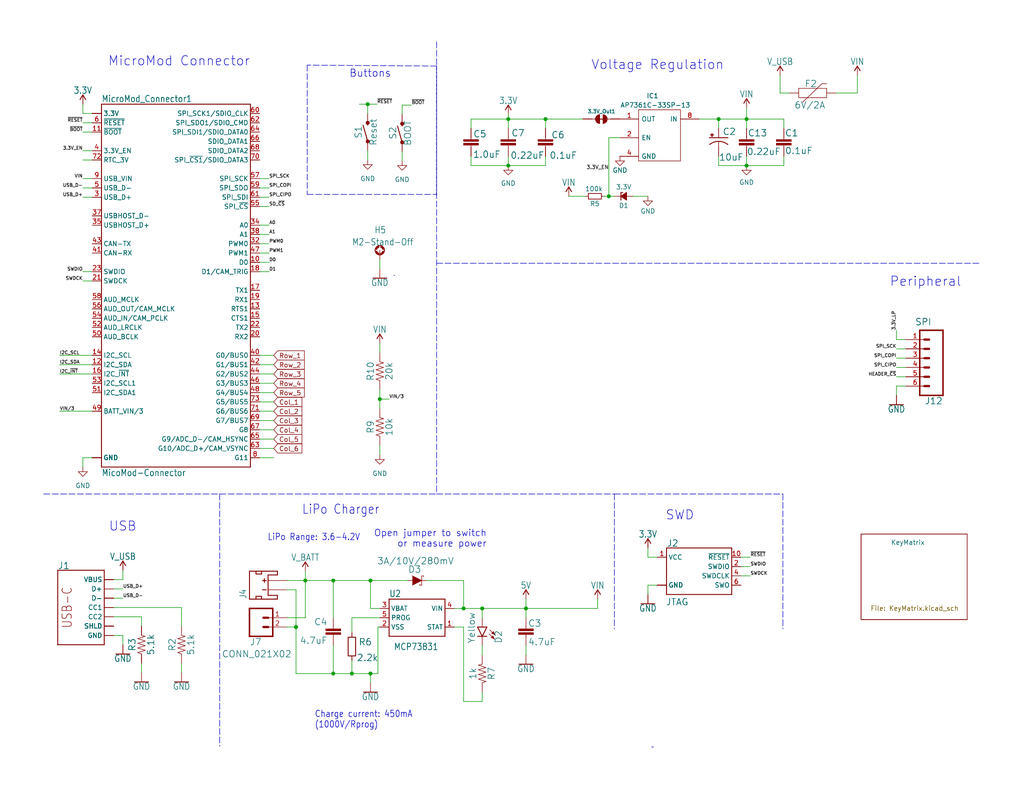
<source format=kicad_sch>
(kicad_sch (version 20211123) (generator eeschema)
  (paper "USLetter")
  (title_block (title "Raven Keyboard") (rev "1") (company "Thomas Atkins"))
  (lib_symbols
    (symbol "Device:D_Zener_Small_Filled" (pin_numbers hide) (pin_names (offset 0.254) hide)
      (property "Reference" "D" (at 0 2.286 0))
      (property "Value" "D_Zener_Small_Filled" (at 0 -2.286 0))
      (symbol "D_Zener_Small_Filled_1_1"
        (pin passive line (at -2.54 0 0) (length 1.778) (name "K") (number "1"))
        (pin passive line (at 2.54 0 180) (length 1.778) (name "A") (number "2"))
      )
    )
    (symbol "Device:R" (pin_numbers hide) (pin_names (offset 0))
      (property "Reference" "R" (at 2.032 0 90))
      (property "Value" "R" (at 0 0 90))
      (symbol "R_1_1"
        (pin passive line (at 0 3.81 270) (length 1.27) (name "~") (number "1"))
        (pin passive line (at 0 -3.81 90) (length 1.27) (name "~") (number "2"))
      )
    )
    (symbol "Device:R_Small" (pin_numbers hide) (pin_names (offset 0.254) hide)
      (property "Reference" "R" (at 0.762 0.508 0))
      (property "Value" "R_Small" (at 0.762 -1.016 0))
      (symbol "R_Small_1_1"
        (pin passive line (at 0 2.54 270) (length 0.762) (name "~") (number "1"))
        (pin passive line (at 0 -2.54 90) (length 0.762) (name "~") (number "2"))
      )
    )
    (symbol "MicroMod-Datalogging-CarrierBoard-eagle-import:0.1UF-0603-25V-(+80{slash}-20%)"
      (property "Reference" "C" (at 1.524 2.921 0))
      (property "Value" "0.1UF-0603-25V-(+80{slash}-20%)" (at 1.524 -2.159 0))
      (symbol "0.1UF-0603-25V-(+80{slash}-20%)_1_0"
        (pin passive line (at 0 5.08 270) (length 2.54) (name "1") (number "1"))
        (pin passive line (at 0 -2.54 90) (length 2.54) (name "2") (number "2"))
      )
    )
    (symbol "MicroMod-Datalogging-CarrierBoard-eagle-import:0.22UF-0603-25V-10%"
      (property "Reference" "C" (at 1.524 2.921 0))
      (property "Value" "0.22UF-0603-25V-10%" (at 1.524 -2.159 0))
      (symbol "0.22UF-0603-25V-10%_1_0"
        (pin passive line (at 0 5.08 270) (length 2.54) (name "1") (number "1"))
        (pin passive line (at 0 -2.54 90) (length 2.54) (name "2") (number "2"))
      )
    )
    (symbol "MicroMod-Datalogging-CarrierBoard-eagle-import:1.0UF-0603-16V-10%"
      (property "Reference" "C" (at 1.524 2.921 0))
      (property "Value" "1.0UF-0603-16V-10%" (at 1.524 -2.159 0))
      (symbol "1.0UF-0603-16V-10%_1_0"
        (pin passive line (at 0 5.08 270) (length 2.54) (name "1") (number "1"))
        (pin passive line (at 0 -2.54 90) (length 2.54) (name "2") (number "2"))
      )
    )
    (symbol "MicroMod-Datalogging-CarrierBoard-eagle-import:10KOHM-0603-1{slash}10W-1%"
      (property "Reference" "R" (at 0 1.524 0))
      (property "Value" "10KOHM-0603-1{slash}10W-1%" (at 0 -1.524 0))
      (symbol "10KOHM-0603-1{slash}10W-1%_1_0"
        (pin passive line (at -5.08 0 0) (length 2.54) (name "1") (number "1"))
        (pin passive line (at 5.08 0 180) (length 2.54) (name "2") (number "2"))
      )
    )
    (symbol "MicroMod-Datalogging-CarrierBoard-eagle-import:10UF-POLAR-EIA3216-16V-10%(TANT)"
      (property "Reference" "C" (at 1.016 0.635 0))
      (property "Value" "10UF-POLAR-EIA3216-16V-10%(TANT)" (at 1.016 -4.191 0))
      (symbol "10UF-POLAR-EIA3216-16V-10%(TANT)_1_0"
        (pin passive line (at 0 2.54 270) (length 2.54) (name "+") (number "+"))
        (pin passive line (at 0 -5.08 90) (length 2.54) (name "-") (number "-"))
      )
    )
    (symbol "MicroMod-Datalogging-CarrierBoard-eagle-import:1KOHM-0603-1{slash}10W-1%"
      (property "Reference" "R" (at 0 1.524 0))
      (property "Value" "1KOHM-0603-1{slash}10W-1%" (at 0 -1.524 0))
      (symbol "1KOHM-0603-1{slash}10W-1%_1_0"
        (pin passive line (at -5.08 0 0) (length 2.54) (name "1") (number "1"))
        (pin passive line (at 5.08 0 180) (length 2.54) (name "2") (number "2"))
      )
    )
    (symbol "MicroMod-Datalogging-CarrierBoard-eagle-import:20KOHM-0603-1{slash}10W-1%"
      (property "Reference" "R" (at 0 1.524 0))
      (property "Value" "20KOHM-0603-1{slash}10W-1%" (at 0 -1.524 0))
      (symbol "20KOHM-0603-1{slash}10W-1%_1_0"
        (pin passive line (at -5.08 0 0) (length 2.54) (name "1") (number "1"))
        (pin passive line (at 5.08 0 180) (length 2.54) (name "2") (number "2"))
      )
    )
    (symbol "MicroMod-Datalogging-CarrierBoard-eagle-import:3.3V" (power)
      (property "Value" "3.3V" (at 0 2.794 0))
      (symbol "3.3V_1_0"
        (pin power_in line (at 0 0 90) (length 2.54) (name "3.3V") (number "1"))
      )
    )
    (symbol "MicroMod-Datalogging-CarrierBoard-eagle-import:4.7UF-0603-35V-(20%)"
      (property "Reference" "C" (at 1.524 2.921 0))
      (property "Value" "4.7UF-0603-35V-(20%)" (at 1.524 -2.159 0))
      (symbol "4.7UF-0603-35V-(20%)_1_0"
        (pin passive line (at 0 5.08 270) (length 2.54) (name "1") (number "1"))
        (pin passive line (at 0 -2.54 90) (length 2.54) (name "2") (number "2"))
      )
    )
    (symbol "MicroMod-Datalogging-CarrierBoard-eagle-import:4.7UF-0603-6.3V-(10%)"
      (property "Reference" "C" (at 1.524 2.921 0))
      (property "Value" "4.7UF-0603-6.3V-(10%)" (at 1.524 -2.159 0))
      (symbol "4.7UF-0603-6.3V-(10%)_1_0"
        (pin passive line (at 0 5.08 270) (length 2.54) (name "1") (number "1"))
        (pin passive line (at 0 -2.54 90) (length 2.54) (name "2") (number "2"))
      )
    )
    (symbol "MicroMod-Datalogging-CarrierBoard-eagle-import:5.1KOHM5.1KOHM-0603-1{slash}10W-1%"
      (property "Reference" "R" (at 0 1.524 0))
      (property "Value" "5.1KOHM5.1KOHM-0603-1{slash}10W-1%" (at 0 -1.524 0))
      (symbol "5.1KOHM5.1KOHM-0603-1{slash}10W-1%_1_0"
        (pin passive line (at -5.08 0 0) (length 2.54) (name "1") (number "1"))
        (pin passive line (at 5.08 0 180) (length 2.54) (name "2") (number "2"))
      )
    )
    (symbol "MicroMod-Datalogging-CarrierBoard-eagle-import:5V" (power)
      (property "Value" "5V" (at 0 2.794 0))
      (symbol "5V_1_0"
        (pin power_in line (at 0 0 90) (length 2.54) (name "5V") (number "1"))
      )
    )
    (symbol "MicroMod-Datalogging-CarrierBoard-eagle-import:CONN_021X02_NO_SILK"
      (property "Reference" "J" (at -2.54 5.588 0))
      (property "Value" "CONN_021X02_NO_SILK" (at -2.54 -4.826 0))
      (symbol "CONN_021X02_NO_SILK_1_0"
        (pin passive line (at 7.62 0 180) (length 5.08) (name "1") (number "1"))
        (pin passive line (at 7.62 2.54 180) (length 5.08) (name "2") (number "2"))
      )
    )
    (symbol "MicroMod-Datalogging-CarrierBoard-eagle-import:CONN_06NO_SILK_NO_POP"
      (property "Reference" "J" (at -5.08 10.668 0))
      (property "Value" "CONN_06NO_SILK_NO_POP" (at -5.08 -9.906 0))
      (symbol "CONN_06NO_SILK_NO_POP_1_0"
        (pin passive line (at 5.08 -5.08 180) (length 5.08) (name "1") (number "1"))
        (pin passive line (at 5.08 -2.54 180) (length 5.08) (name "2") (number "2"))
        (pin passive line (at 5.08 0 180) (length 5.08) (name "3") (number "3"))
        (pin passive line (at 5.08 2.54 180) (length 5.08) (name "4") (number "4"))
        (pin passive line (at 5.08 5.08 180) (length 5.08) (name "5") (number "5"))
        (pin passive line (at 5.08 7.62 180) (length 5.08) (name "6") (number "6"))
      )
    )
    (symbol "MicroMod-Datalogging-CarrierBoard-eagle-import:CORTEX_JTAG_DEBUG_MINIMUM_PTH"
      (property "Reference" "J" (at -10.16 7.874 0))
      (property "Value" "CORTEX_JTAG_DEBUG_MINIMUM_PTH" (at -10.16 -7.366 0))
      (symbol "CORTEX_JTAG_DEBUG_MINIMUM_PTH_1_0"
        (pin bidirectional line (at -12.7 5.08 0) (length 2.54) (name "VCC") (number "1"))
        (pin bidirectional line (at 10.16 5.08 180) (length 2.54) (name "~{RESET}") (number "10"))
        (pin bidirectional line (at 10.16 2.54 180) (length 2.54) (name "SWDIO") (number "2"))
        (pin bidirectional line (at -12.7 -2.54 0) (length 2.54) (name "GND") (number "3"))
        (pin bidirectional line (at 10.16 0 180) (length 2.54) (name "SWDCLK") (number "4"))
        (pin bidirectional line (at -12.7 -2.54 0) (length 2.54) (name "GND") (number "5"))
        (pin bidirectional line (at 10.16 -2.54 180) (length 2.54) (name "SWO") (number "6"))
        (pin bidirectional line (at -12.7 -2.54 0) (length 2.54) (name "GND") (number "9"))
      )
    )
    (symbol "MicroMod-Datalogging-CarrierBoard-eagle-import:DIODE-SCHOTTKY-BAT60A"
      (property "Reference" "D" (at -2.54 2.032 0))
      (property "Value" "DIODE-SCHOTTKY-BAT60A" (at -2.54 -2.032 0))
      (symbol "DIODE-SCHOTTKY-BAT60A_1_0"
        (pin passive line (at -2.54 0 0) (length 0) (name "A") (number "A"))
        (pin passive line (at 2.54 0 180) (length 0) (name "C") (number "C"))
      )
    )
    (symbol "MicroMod-Datalogging-CarrierBoard-eagle-import:GND" (power)
      (property "Value" "GND" (at 0 -0.254 0))
      (symbol "GND_1_0"
        (pin power_in line (at 0 2.54 270) (length 2.54) (name "GND") (number "1"))
      )
    )
    (symbol "MicroMod-Datalogging-CarrierBoard-eagle-import:JST_2MM_MALE"
      (property "Reference" "J" (at -2.54 5.842 0))
      (symbol "JST_2MM_MALE_1_0"
        (pin bidirectional line (at 0 -5.08 90) (length 5.08) (name "-") (number "1"))
        (pin bidirectional line (at 2.54 -5.08 90) (length 5.08) (name "+") (number "2"))
        (pin bidirectional line (at -2.54 2.54 90) (length 0) (name "PAD1") (number "NC1"))
        (pin bidirectional line (at 5.08 2.54 90) (length 0) (name "PAD2") (number "NC2"))
      )
    )
    (symbol "MicroMod-Datalogging-CarrierBoard-eagle-import:JUMPER-COMBO_2_NC_TRACE"
      (property "Reference" "JP" (at -2.54 2.54 0))
      (property "Value" "JUMPER-COMBO_2_NC_TRACE" (at -2.54 -2.54 0))
      (symbol "JUMPER-COMBO_2_NC_TRACE_1_0"
        (pin passive line (at -5.08 0 0) (length 2.54) (name "1") (number "1"))
        (pin passive line (at 5.08 0 180) (length 2.54) (name "2") (number "2"))
        (pin passive line (at -5.08 0 0) (length 2.54) (name "1") (number "3"))
        (pin passive line (at 5.08 0 180) (length 2.54) (name "2") (number "4"))
      )
    )
    (symbol "MicroMod-Datalogging-CarrierBoard-eagle-import:LED-YELLOW0603"
      (property "Reference" "D" (at -3.429 -4.572 90))
      (property "Value" "LED-YELLOW0603" (at 1.905 -4.572 90))
      (symbol "LED-YELLOW0603_1_0"
        (pin passive line (at 0 2.54 270) (length 2.54) (name "A") (number "A"))
        (pin passive line (at 0 -5.08 90) (length 2.54) (name "C") (number "C"))
      )
    )
    (symbol "MicroMod-Datalogging-CarrierBoard-eagle-import:MCP73831"
      (property "Reference" "U" (at -7.62 5.588 0))
      (property "Value" "MCP73831" (at -7.62 -7.62 0))
      (symbol "MCP73831_1_0"
        (pin output line (at -10.16 -2.54 0) (length 2.54) (name "STAT") (number "1"))
        (pin power_in line (at 10.16 -2.54 180) (length 2.54) (name "VSS") (number "2"))
        (pin power_in line (at 10.16 2.54 180) (length 2.54) (name "VBAT") (number "3"))
        (pin power_in line (at -10.16 2.54 0) (length 2.54) (name "VIN") (number "4"))
        (pin input line (at 10.16 0 180) (length 2.54) (name "PROG") (number "5"))
      )
    )
    (symbol "MicroMod-Datalogging-CarrierBoard-eagle-import:MICROMOD-2222-C"
      (property "Reference" "J" (at -20.32 53.848 0))
      (property "Value" "MICROMOD-2222-C" (at -20.32 -48.26 0))
      (symbol "MICROMOD-2222-C_1_0"
        (pin bidirectional line (at -22.86 -43.18 0) (length 2.54) (name "GND") (number "1"))
        (pin bidirectional line (at 22.86 10.16 180) (length 2.54) (name "D0") (number "10"))
        (pin bidirectional line (at -22.86 45.72 0) (length 2.54) (name "~{BOOT}") (number "11"))
        (pin bidirectional line (at -22.86 -17.78 0) (length 2.54) (name "I2C_SDA") (number "12"))
        (pin bidirectional line (at 22.86 -2.54 180) (length 2.54) (name "RTS1") (number "13"))
        (pin bidirectional line (at -22.86 -15.24 0) (length 2.54) (name "I2C_SCL") (number "14"))
        (pin bidirectional line (at 22.86 -5.08 180) (length 2.54) (name "CTS1") (number "15"))
        (pin bidirectional line (at -22.86 -20.32 0) (length 2.54) (name "I2C_~{INT}") (number "16"))
        (pin bidirectional line (at 22.86 2.54 180) (length 2.54) (name "TX1") (number "17"))
        (pin bidirectional line (at 22.86 7.62 180) (length 2.54) (name "D1/CAM_TRIG") (number "18"))
        (pin bidirectional line (at 22.86 0 180) (length 2.54) (name "RX1") (number "19"))
        (pin bidirectional line (at -22.86 50.8 0) (length 2.54) (name "3.3V") (number "2"))
        (pin bidirectional line (at 22.86 -10.16 180) (length 2.54) (name "RX2") (number "20"))
        (pin bidirectional line (at -22.86 5.08 0) (length 2.54) (name "SWDCK") (number "21"))
        (pin bidirectional line (at 22.86 -7.62 180) (length 2.54) (name "TX2") (number "22"))
        (pin bidirectional line (at -22.86 7.62 0) (length 2.54) (name "SWDIO") (number "23"))
        (pin bidirectional line (at -22.86 27.94 0) (length 2.54) (name "USB_D+") (number "3"))
        (pin bidirectional line (at 22.86 15.24 180) (length 2.54) (name "PWM0") (number "32"))
        (pin bidirectional line (at -22.86 -43.18 0) (length 2.54) (name "GND") (number "33"))
        (pin bidirectional line (at 22.86 20.32 180) (length 2.54) (name "A0") (number "34"))
        (pin bidirectional line (at -22.86 20.32 0) (length 2.54) (name "USBHOST_D+") (number "35"))
        (pin bidirectional line (at -22.86 -43.18 0) (length 2.54) (name "GND") (number "36"))
        (pin bidirectional line (at -22.86 22.86 0) (length 2.54) (name "USBHOST_D-") (number "37"))
        (pin bidirectional line (at 22.86 17.78 180) (length 2.54) (name "A1") (number "38"))
        (pin bidirectional line (at -22.86 -43.18 0) (length 2.54) (name "GND") (number "39"))
        (pin bidirectional line (at -22.86 40.64 0) (length 2.54) (name "3.3V_EN") (number "4"))
        (pin bidirectional line (at 22.86 -15.24 180) (length 2.54) (name "G0/BUS0") (number "40"))
        (pin bidirectional line (at -22.86 12.7 0) (length 2.54) (name "CAN-RX") (number "41"))
        (pin bidirectional line (at 22.86 -17.78 180) (length 2.54) (name "G1/BUS1") (number "42"))
        (pin bidirectional line (at -22.86 15.24 0) (length 2.54) (name "CAN-TX") (number "43"))
        (pin bidirectional line (at 22.86 -20.32 180) (length 2.54) (name "G2/BUS2") (number "44"))
        (pin bidirectional line (at -22.86 -43.18 0) (length 2.54) (name "GND") (number "45"))
        (pin bidirectional line (at 22.86 -22.86 180) (length 2.54) (name "G3/BUS3") (number "46"))
        (pin bidirectional line (at 22.86 12.7 180) (length 2.54) (name "PWM1") (number "47"))
        (pin bidirectional line (at 22.86 -25.4 180) (length 2.54) (name "G4/BUS4") (number "48"))
        (pin bidirectional line (at -22.86 -30.48 0) (length 2.54) (name "BATT_VIN/3") (number "49"))
        (pin bidirectional line (at -22.86 30.48 0) (length 2.54) (name "USB_D-") (number "5"))
        (pin bidirectional line (at -22.86 -10.16 0) (length 2.54) (name "AUD_BCLK") (number "50"))
        (pin bidirectional line (at -22.86 -25.4 0) (length 2.54) (name "I2C_SDA1") (number "51"))
        (pin bidirectional line (at -22.86 -7.62 0) (length 2.54) (name "AUD_LRCLK") (number "52"))
        (pin bidirectional line (at -22.86 -22.86 0) (length 2.54) (name "I2C_SCL1") (number "53"))
        (pin bidirectional line (at -22.86 -5.08 0) (length 2.54) (name "AUD_IN/CAM_PCLK") (number "54"))
        (pin bidirectional line (at 22.86 25.4 180) (length 2.54) (name "SPI_~{CS}") (number "55"))
        (pin bidirectional line (at -22.86 -2.54 0) (length 2.54) (name "AUD_OUT/CAM_MCLK") (number "56"))
        (pin bidirectional line (at 22.86 33.02 180) (length 2.54) (name "SPI_SCK") (number "57"))
        (pin bidirectional line (at -22.86 0 0) (length 2.54) (name "AUD_MCLK") (number "58"))
        (pin bidirectional line (at 22.86 30.48 180) (length 2.54) (name "SPI_SDO") (number "59"))
        (pin bidirectional line (at -22.86 48.26 0) (length 2.54) (name "~{RESET}") (number "6"))
        (pin bidirectional line (at 22.86 50.8 180) (length 2.54) (name "SPI_SCK1/SDIO_CLK") (number "60"))
        (pin bidirectional line (at 22.86 27.94 180) (length 2.54) (name "SPI_SDI") (number "61"))
        (pin bidirectional line (at 22.86 48.26 180) (length 2.54) (name "SPI_SDO1/SDIO_CMD") (number "62"))
        (pin bidirectional line (at 22.86 -40.64 180) (length 2.54) (name "G10/ADC_D+/CAM_VSYNC") (number "63"))
        (pin bidirectional line (at 22.86 45.72 180) (length 2.54) (name "SPI_SDI1/SDIO_DATA0") (number "64"))
        (pin bidirectional line (at 22.86 -38.1 180) (length 2.54) (name "G9/ADC_D-/CAM_HSYNC") (number "65"))
        (pin bidirectional line (at 22.86 43.18 180) (length 2.54) (name "SDIO_DATA1") (number "66"))
        (pin bidirectional line (at 22.86 -35.56 180) (length 2.54) (name "G8") (number "67"))
        (pin bidirectional line (at 22.86 40.64 180) (length 2.54) (name "SDIO_DATA2") (number "68"))
        (pin bidirectional line (at 22.86 -33.02 180) (length 2.54) (name "G7/BUS7") (number "69"))
        (pin bidirectional line (at -22.86 -43.18 0) (length 2.54) (name "GND") (number "7"))
        (pin bidirectional line (at 22.86 38.1 180) (length 2.54) (name "SPI_~{CS1}/SDIO_DATA3") (number "70"))
        (pin bidirectional line (at 22.86 -30.48 180) (length 2.54) (name "G6/BUS6") (number "71"))
        (pin bidirectional line (at -22.86 38.1 0) (length 2.54) (name "RTC_3V") (number "72"))
        (pin bidirectional line (at 22.86 -27.94 180) (length 2.54) (name "G5/BUS5") (number "73"))
        (pin bidirectional line (at -22.86 50.8 0) (length 2.54) (name "3.3V") (number "74"))
        (pin bidirectional line (at -22.86 -43.18 0) (length 2.54) (name "GND") (number "75"))
        (pin bidirectional line (at 22.86 -43.18 180) (length 2.54) (name "G11") (number "8"))
        (pin bidirectional line (at -22.86 33.02 0) (length 2.54) (name "USB_VIN") (number "9"))
      )
    )
    (symbol "MicroMod-Datalogging-CarrierBoard-eagle-import:MOMENTARY-SWITCH-SPST-SMD-5.2-TALL-REDUNDANT"
      (property "Reference" "S" (at 0 1.524 0))
      (property "Value" "MOMENTARY-SWITCH-SPST-SMD-5.2-TALL-REDUNDANT" (at 0 -0.508 0))
      (symbol "MOMENTARY-SWITCH-SPST-SMD-5.2-TALL-REDUNDANT_1_0"
        (pin passive line (at -5.08 0 0) (length 2.54) (name "1") (number "1"))
        (pin passive line (at -5.08 0 0) (length 2.54) (name "1") (number "2"))
        (pin passive line (at 5.08 0 180) (length 2.54) (name "2") (number "3"))
        (pin passive line (at 5.08 0 180) (length 2.54) (name "2") (number "4"))
      )
    )
    (symbol "MicroMod-Datalogging-CarrierBoard-eagle-import:PPTC_6V2A"
      (property "Reference" "F" (at 1.905 3.175 0))
      (property "Value" "PPTC_6V2A" (at 1.27 -2.794 0))
      (symbol "PPTC_6V2A_1_0"
        (pin bidirectional line (at -5.08 0 0) (length 2.54) (name "1") (number "1"))
        (pin bidirectional line (at 7.62 0 180) (length 2.54) (name "2") (number "2"))
      )
    )
    (symbol "MicroMod-Datalogging-CarrierBoard-eagle-import:STAND-OFF-REFLOW2.5MM_TALL"
      (property "Reference" "H" (at -2.54 2.54 0))
      (property "Value" "STAND-OFF-REFLOW2.5MM_TALL" (at 2.54 0 0))
      (symbol "STAND-OFF-REFLOW2.5MM_TALL_1_0"
        (pin bidirectional line (at 0 -2.54 90) (length 2.54) (name "1") (number "1"))
      )
    )
    (symbol "MicroMod-Datalogging-CarrierBoard-eagle-import:USB_C_2-LAYER_PADS"
      (property "Reference" "J" (at -2.54 10.414 0))
      (property "Value" "USB_C_2-LAYER_PADS" (at -2.54 -12.446 0))
      (symbol "USB_C_2-LAYER_PADS_1_0"
        (text "USB-C" (at 0 0 900) (effects (font (size 2.54 2.159))))
        (pin bidirectional line (at 12.7 0 180) (length 2.54) (name "CC1") (number "A5"))
        (pin bidirectional line (at 12.7 5.08 180) (length 2.54) (name "D+") (number "A6"))
        (pin bidirectional line (at 12.7 2.54 180) (length 2.54) (name "D-") (number "A7"))
        (pin bidirectional line (at 12.7 -2.54 180) (length 2.54) (name "CC2") (number "B5"))
        (pin bidirectional line (at 12.7 5.08 180) (length 2.54) (name "D+") (number "B6"))
        (pin bidirectional line (at 12.7 2.54 180) (length 2.54) (name "D-") (number "B7"))
        (pin bidirectional line (at 12.7 -7.62 180) (length 2.54) (name "GND") (number "GND"))
        (pin bidirectional line (at 12.7 -7.62 180) (length 2.54) (name "GND") (number "GND2"))
        (pin bidirectional line (at 12.7 -5.08 180) (length 2.54) (name "SHLD") (number "SHLD1"))
        (pin bidirectional line (at 12.7 -5.08 180) (length 2.54) (name "SHLD") (number "SHLD2"))
        (pin bidirectional line (at 12.7 -5.08 180) (length 2.54) (name "SHLD") (number "SHLD3"))
        (pin bidirectional line (at 12.7 -5.08 180) (length 2.54) (name "SHLD") (number "SHLD4"))
        (pin bidirectional line (at 12.7 7.62 180) (length 2.54) (name "VBUS") (number "VBUS1"))
        (pin bidirectional line (at 12.7 7.62 180) (length 2.54) (name "VBUS") (number "VBUS2"))
      )
    )
    (symbol "MicroMod-Datalogging-CarrierBoard-eagle-import:VIN" (power)
      (property "Value" "VIN" (at 0 2.794 0))
      (symbol "VIN_1_0"
        (pin power_in line (at 0 0 90) (length 2.54) (name "VIN") (number "1"))
      )
    )
    (symbol "MicroMod-Datalogging-CarrierBoard-eagle-import:V_BATT" (power)
      (property "Value" "V_BATT" (at 0 2.794 0))
      (symbol "V_BATT_1_0"
        (pin power_in line (at 0 0 90) (length 2.54) (name "V_BATT") (number "1"))
      )
    )
    (symbol "MicroMod-Datalogging-CarrierBoard-eagle-import:V_USB" (power)
      (property "Value" "V_USB" (at 0 2.794 0))
      (symbol "V_USB_1_0"
        (pin power_in line (at 0 0 90) (length 2.54) (name "V_USB") (number "1"))
      )
    )
    (symbol "SamacSys_Parts:AP7361C-33SP-13" (pin_names (offset 0.762))
      (property "Reference" "IC1" (at 8.89 6.35 0))
      (property "Value" "AP7361C-33SP-13" (at 9.652 3.81 0))
      (symbol "AP7361C-33SP-13_0_0"
        (pin power_out line (at 0 0 0) (length 5.08) (name "OUT") (number "1"))
        (pin input line (at 0 -5.08 0) (length 5.08) (name "EN") (number "2"))
        (pin no_connect line (at 8.89 -5.08 180) (length 0) hide (name "NC_1") (number "3"))
        (pin power_in line (at 0 -10.16 0) (length 5.08) (name "GND") (number "4"))
        (pin no_connect line (at 8.89 -5.08 180) (length 0) hide (name "NC_2") (number "5"))
        (pin no_connect line (at 8.89 -5.08 180) (length 0) hide (name "NC_3") (number "6"))
        (pin no_connect line (at 8.89 -5.08 180) (length 0) hide (name "NC_4") (number "7"))
        (pin power_in line (at 21.59 0 180) (length 5.08) (name "IN") (number "8"))
        (pin no_connect line (at 8.89 -3.81 180) (length 0) hide (name "EP") (number "9"))
      )
    )
    (symbol "power:GND" (power) (pin_names (offset 0))
      (property "Value" "GND" (at 0 -3.81 0))
      (symbol "GND_1_1"
        (pin power_in line (at 0 0 270) (length 0) hide (name "GND") (number "1"))
      )
    )
  )
  (junction (at 96.012 183.896))
  (junction (at 101.092 158.496))
  (junction (at 80.772 171.196))
  (junction (at 103.632 108.966))
  (junction (at 203.708 45.212))
  (junction (at 90.932 183.896))
  (junction (at 138.684 32.512))
  (junction (at 166.116 53.594))
  (junction (at 101.092 183.896))
  (junction (at 196.088 32.512))
  (junction (at 126.492 166.116))
  (junction (at 143.51 166.116))
  (junction (at 100.33 28.448))
  (junction (at 203.708 32.512))
  (junction (at 131.572 166.116))
  (junction (at 90.932 158.496))
  (junction (at 83.312 158.496))
  (junction (at 148.844 32.512))
  (junction (at 138.684 45.212))
  (polyline (pts (xy 119.126 134.874) (xy 167.64 134.874)))
  (polyline (pts (xy 59.944 134.874) (xy 59.944 203.708)))
  (wire (pts (xy 103.124 171.196) (xy 103.124 183.896)))
  (wire (pts (xy 96.012 183.896) (xy 101.092 183.896)))
  (wire (pts (xy 70.866 124.968) (xy 74.676 124.968)))
  (wire (pts (xy 70.866 109.728) (xy 74.676 109.728)))
  (wire (pts (xy 126.492 166.116) (xy 123.952 166.116)))
  (wire (pts (xy 30.988 173.482) (xy 33.528 173.482)))
  (wire (pts (xy 70.866 51.308) (xy 73.406 51.308)))
  (wire (pts (xy 100.33 28.448) (xy 98.044 28.448)))
  (wire (pts (xy 202.184 154.686) (xy 204.724 154.686)))
  (wire (pts (xy 202.184 152.146) (xy 204.724 152.146)))
  (wire (pts (xy 228.092 25.4) (xy 233.934 25.4)))
  (wire (pts (xy 70.866 119.888) (xy 74.676 119.888)))
  (polyline (pts (xy 83.82 17.78) (xy 83.82 53.086)))
  (wire (pts (xy 126.492 191.516) (xy 131.572 191.516)))
  (wire (pts (xy 123.952 171.196) (xy 126.492 171.196)))
  (wire (pts (xy 148.844 32.512) (xy 148.844 35.052)))
  (wire (pts (xy 70.866 102.108) (xy 74.676 102.108)))
  (wire (pts (xy 212.852 25.4) (xy 215.392 25.4)))
  (wire (pts (xy 103.632 171.196) (xy 103.124 171.196)))
  (polyline (pts (xy 11.938 134.874) (xy 119.126 134.874)))
  (polyline (pts (xy 107.442 75.184) (xy 107.696 75.184)))
  (wire (pts (xy 128.524 35.052) (xy 128.524 32.512)))
  (wire (pts (xy 101.092 158.496) (xy 111.252 158.496)))
  (wire (pts (xy 131.572 168.656) (xy 131.572 166.116)))
  (wire (pts (xy 78.232 158.496) (xy 83.312 158.496)))
  (wire (pts (xy 30.988 160.782) (xy 33.528 160.782)))
  (wire (pts (xy 143.51 163.576) (xy 143.51 166.116)))
  (wire (pts (xy 30.988 163.322) (xy 33.528 163.322)))
  (wire (pts (xy 247.142 97.79) (xy 244.602 97.79)))
  (wire (pts (xy 70.866 104.648) (xy 74.676 104.648)))
  (wire (pts (xy 22.606 30.988) (xy 22.606 28.448)))
  (wire (pts (xy 166.116 53.594) (xy 164.846 53.594)))
  (wire (pts (xy 70.866 64.008) (xy 73.406 64.008)))
  (wire (pts (xy 109.728 43.942) (xy 109.728 41.402)))
  (wire (pts (xy 131.572 191.516) (xy 131.572 188.976)))
  (wire (pts (xy 70.866 122.428) (xy 74.676 122.428)))
  (wire (pts (xy 25.146 97.028) (xy 16.256 97.028)))
  (wire (pts (xy 138.684 31.242) (xy 138.684 32.512)))
  (wire (pts (xy 33.528 158.242) (xy 33.528 155.702)))
  (wire (pts (xy 247.142 102.87) (xy 244.602 102.87)))
  (wire (pts (xy 148.844 45.212) (xy 148.844 42.672)))
  (wire (pts (xy 70.866 99.568) (xy 74.676 99.568)))
  (wire (pts (xy 155.194 53.594) (xy 159.766 53.594)))
  (wire (pts (xy 96.012 168.656) (xy 96.012 172.72)))
  (wire (pts (xy 103.632 106.426) (xy 103.632 108.966)))
  (wire (pts (xy 70.866 48.768) (xy 73.406 48.768)))
  (wire (pts (xy 30.988 158.242) (xy 33.528 158.242)))
  (wire (pts (xy 247.142 95.25) (xy 244.602 95.25)))
  (wire (pts (xy 25.146 48.768) (xy 22.606 48.768)))
  (wire (pts (xy 176.784 159.766) (xy 176.784 162.306)))
  (wire (pts (xy 101.092 158.496) (xy 101.092 166.116)))
  (wire (pts (xy 25.146 102.108) (xy 16.256 102.108)))
  (wire (pts (xy 70.866 56.388) (xy 73.406 56.388)))
  (polyline (pts (xy 83.82 53.086) (xy 119.126 53.086)))
  (wire (pts (xy 70.866 114.808) (xy 74.676 114.808)))
  (wire (pts (xy 143.51 166.116) (xy 163.068 166.116)))
  (wire (pts (xy 163.068 166.116) (xy 163.068 163.576)))
  (wire (pts (xy 213.868 45.212) (xy 203.708 45.212)))
  (wire (pts (xy 109.728 28.702) (xy 112.268 28.702)))
  (wire (pts (xy 90.932 176.276) (xy 90.932 183.896)))
  (wire (pts (xy 102.87 28.448) (xy 100.33 28.448)))
  (wire (pts (xy 128.524 32.512) (xy 138.684 32.512)))
  (wire (pts (xy 126.492 171.196) (xy 126.492 191.516)))
  (wire (pts (xy 30.988 165.862) (xy 49.53 165.862)))
  (wire (pts (xy 103.124 183.896) (xy 101.092 183.896)))
  (wire (pts (xy 116.332 158.496) (xy 126.492 158.496)))
  (wire (pts (xy 196.088 32.512) (xy 196.088 35.052)))
  (wire (pts (xy 30.988 168.402) (xy 38.608 168.402)))
  (wire (pts (xy 128.524 45.212) (xy 128.524 42.672)))
  (wire (pts (xy 70.866 66.548) (xy 73.406 66.548)))
  (wire (pts (xy 247.142 92.71) (xy 244.602 92.71)))
  (wire (pts (xy 101.092 183.896) (xy 101.092 186.436)))
  (wire (pts (xy 90.932 168.656) (xy 90.932 158.496)))
  (wire (pts (xy 33.528 173.482) (xy 33.528 176.022)))
  (wire (pts (xy 49.53 183.642) (xy 49.53 181.102)))
  (wire (pts (xy 83.312 158.496) (xy 90.932 158.496)))
  (wire (pts (xy 138.684 45.212) (xy 148.844 45.212)))
  (wire (pts (xy 25.146 74.168) (xy 22.606 74.168)))
  (wire (pts (xy 247.142 100.33) (xy 244.602 100.33)))
  (wire (pts (xy 25.146 99.568) (xy 16.256 99.568)))
  (wire (pts (xy 176.784 53.594) (xy 172.72 53.594)))
  (wire (pts (xy 109.728 31.242) (xy 109.728 28.702)))
  (polyline (pts (xy 119.126 11.43) (xy 119.126 134.874)))
  (wire (pts (xy 25.146 76.708) (xy 22.606 76.708)))
  (wire (pts (xy 131.572 176.276) (xy 131.572 178.816)))
  (wire (pts (xy 70.866 69.088) (xy 73.406 69.088)))
  (wire (pts (xy 148.844 32.512) (xy 159.004 32.512)))
  (wire (pts (xy 25.146 41.148) (xy 22.606 41.148)))
  (wire (pts (xy 126.492 166.116) (xy 131.572 166.116)))
  (wire (pts (xy 25.146 30.988) (xy 22.606 30.988)))
  (wire (pts (xy 203.708 42.672) (xy 203.708 45.212)))
  (wire (pts (xy 80.772 183.896) (xy 90.932 183.896)))
  (wire (pts (xy 138.684 32.512) (xy 138.684 35.052)))
  (wire (pts (xy 213.868 35.052) (xy 213.868 32.512)))
  (wire (pts (xy 25.146 53.848) (xy 22.606 53.848)))
  (wire (pts (xy 38.608 168.402) (xy 38.608 170.942)))
  (wire (pts (xy 70.866 117.348) (xy 74.676 117.348)))
  (wire (pts (xy 166.116 37.592) (xy 169.164 37.592)))
  (wire (pts (xy 176.784 152.146) (xy 176.784 149.606)))
  (polyline (pts (xy 119.126 18.034) (xy 83.82 17.78)))
  (wire (pts (xy 90.932 183.896) (xy 96.012 183.896)))
  (wire (pts (xy 233.934 20.574) (xy 233.934 25.4)))
  (polyline (pts (xy 119.126 71.882) (xy 267.208 71.882)))
  (wire (pts (xy 70.866 53.848) (xy 73.406 53.848)))
  (wire (pts (xy 25.146 43.688) (xy 22.606 43.688)))
  (wire (pts (xy 38.608 183.642) (xy 38.608 181.102)))
  (wire (pts (xy 190.754 32.512) (xy 196.088 32.512)))
  (wire (pts (xy 70.866 74.168) (xy 73.406 74.168)))
  (wire (pts (xy 103.632 108.966) (xy 103.632 111.506)))
  (wire (pts (xy 244.602 105.41) (xy 244.602 107.95)))
  (wire (pts (xy 80.772 161.036) (xy 80.772 171.196)))
  (wire (pts (xy 179.324 152.146) (xy 176.784 152.146)))
  (wire (pts (xy 78.232 171.196) (xy 80.772 171.196)))
  (wire (pts (xy 126.492 158.496) (xy 126.492 166.116)))
  (polyline (pts (xy 167.64 134.874) (xy 167.64 171.704)))
  (wire (pts (xy 244.602 92.71) (xy 244.602 90.17)))
  (wire (pts (xy 202.184 157.226) (xy 204.724 157.226)))
  (wire (pts (xy 203.708 32.512) (xy 203.708 35.052)))
  (wire (pts (xy 101.092 166.116) (xy 103.632 166.116)))
  (wire (pts (xy 213.868 32.512) (xy 203.708 32.512)))
  (wire (pts (xy 103.632 93.726) (xy 103.632 96.266)))
  (wire (pts (xy 138.684 45.212) (xy 138.684 42.672)))
  (wire (pts (xy 49.53 165.862) (xy 49.53 170.942)))
  (polyline (pts (xy 213.614 134.874) (xy 213.614 171.704)))
  (wire (pts (xy 128.524 45.212) (xy 138.684 45.212)))
  (polyline (pts (xy 177.8 203.962) (xy 178.308 203.962)))
  (wire (pts (xy 103.632 121.666) (xy 103.632 124.206)))
  (wire (pts (xy 70.866 107.188) (xy 74.676 107.188)))
  (wire (pts (xy 96.012 168.656) (xy 103.632 168.656)))
  (wire (pts (xy 25.146 124.968) (xy 22.606 124.968)))
  (wire (pts (xy 196.088 45.212) (xy 203.708 45.212)))
  (wire (pts (xy 131.572 166.116) (xy 143.51 166.116)))
  (wire (pts (xy 70.866 61.468) (xy 73.406 61.468)))
  (wire (pts (xy 100.33 30.988) (xy 100.33 28.448)))
  (wire (pts (xy 203.708 32.512) (xy 196.088 32.512)))
  (wire (pts (xy 196.088 45.212) (xy 196.088 42.672)))
  (wire (pts (xy 70.866 97.028) (xy 74.676 97.028)))
  (wire (pts (xy 83.312 155.956) (xy 83.312 158.496)))
  (wire (pts (xy 212.852 20.574) (xy 212.852 25.4)))
  (wire (pts (xy 203.708 29.464) (xy 203.708 32.512)))
  (wire (pts (xy 70.866 112.268) (xy 74.676 112.268)))
  (wire (pts (xy 22.606 124.968) (xy 22.606 127.508)))
  (wire (pts (xy 167.64 53.594) (xy 166.116 53.594)))
  (wire (pts (xy 100.33 41.148) (xy 100.33 43.688)))
  (wire (pts (xy 103.632 108.966) (xy 106.172 108.966)))
  (polyline (pts (xy 119.126 53.34) (xy 119.126 18.034)))
  (wire (pts (xy 25.146 36.068) (xy 22.606 36.068)))
  (wire (pts (xy 78.232 168.656) (xy 83.312 168.656)))
  (wire (pts (xy 90.932 158.496) (xy 101.092 158.496)))
  (polyline (pts (xy 167.64 134.874) (xy 213.614 134.874)))
  (wire (pts (xy 247.142 105.41) (xy 244.602 105.41)))
  (wire (pts (xy 166.116 37.592) (xy 166.116 53.594)))
  (wire (pts (xy 143.51 166.116) (xy 143.51 168.656)))
  (wire (pts (xy 103.632 73.406) (xy 103.632 70.866)))
  (wire (pts (xy 80.772 171.196) (xy 80.772 183.896)))
  (wire (pts (xy 143.51 178.816) (xy 143.51 176.276)))
  (wire (pts (xy 78.232 161.036) (xy 80.772 161.036)))
  (wire (pts (xy 25.146 112.268) (xy 16.256 112.268)))
  (wire (pts (xy 213.868 45.212) (xy 213.868 42.672)))
  (wire (pts (xy 70.866 71.628) (xy 73.406 71.628)))
  (wire (pts (xy 25.146 51.308) (xy 22.606 51.308)))
  (wire (pts (xy 25.146 33.528) (xy 22.606 33.528)))
  (wire (pts (xy 138.684 32.512) (xy 148.844 32.512)))
  (wire (pts (xy 96.012 180.34) (xy 96.012 183.896)))
  (wire (pts (xy 83.312 168.656) (xy 83.312 158.496)))
  (wire (pts (xy 179.324 159.766) (xy 176.784 159.766)))
  (text "LiPo Range: 3.6-4.2V" (at 98.298 147.828 180) (effects (font (size 1.778 1.5113)) (justify right bottom)))
  (text "SWD" (at 189.484 142.24 180) (effects (font (size 2.5 2.5)) (justify right bottom)))
  (text "Peripheral" (at 262.382 78.486 180) (effects (font (size 2.54 2.54)) (justify right bottom)))
  (text "Charge current: 450mA\n(1000V/Rprog)" (at 85.852 194.056 180) (effects (font (size 1.778 1.5113)) (justify left top)))
  (text "USB" (at 37.338 145.288 180) (effects (font (size 2.5 2.5)) (justify right bottom)))
  (text "Open jumper to switch\nor measure power" (at 132.842 149.606 180) (effects (font (size 1.778 1.778)) (justify right bottom)))
  (text "LiPo Charger" (at 103.632 140.716 180) (effects (font (size 2.54 2.159)) (justify right bottom)))
  (text "Buttons" (at 95.25 21.336 0) (effects (font (size 2 2)) (justify left bottom)))
  (text "Voltage Regulation" (at 197.612 19.304 180) (effects (font (size 2.54 2.54)) (justify right bottom)))
  (text "MicroMod Connector" (at 68.326 18.288 180) (effects (font (size 2.54 2.54)) (justify right bottom)))
  (label "SPI_COPI" (at 244.602 97.79 180) (effects (font (size 0.889 0.889))))
  (label "A0" (at 73.406 61.468 0) (effects (font (size 0.889 0.889))))
  (label "~{RESET}" (at 204.724 152.146 0) (effects (font (size 0.889 0.889))))
  (label "USB_D+" (at 33.528 160.782 0) (effects (font (size 0.889 0.889))))
  (label "VIN" (at 22.606 48.768 180) (effects (font (size 0.889 0.889))))
  (label "VIN/3" (at 106.172 108.966 0) (effects (font (size 0.889 0.889))))
  (label "SWDIO" (at 204.724 154.686 0) (effects (font (size 0.889 0.889))))
  (label "SPI_COPI" (at 73.406 51.308 0) (effects (font (size 0.889 0.889))))
  (label "3.3V_LP" (at 244.602 90.17 90) (effects (font (size 0.889 0.889))))
  (label "3.3V_EN" (at 22.606 41.148 180) (effects (font (size 0.889 0.889))))
  (label "VIN/3" (at 16.256 112.268 0) (effects (font (size 0.889 0.889))))
  (label "PWM1" (at 73.406 69.088 0) (effects (font (size 0.889 0.889))))
  (label "SPI_CIPO" (at 244.602 100.33 180) (effects (font (size 0.889 0.889))))
  (label "USB_D-" (at 22.606 51.308 180) (effects (font (size 0.889 0.889))))
  (label "HEADER_~{CS}" (at 244.602 102.87 180) (effects (font (size 0.889 0.889))))
  (label "SPI_CIPO" (at 73.406 53.848 0) (effects (font (size 0.889 0.889))))
  (label "~{RESET}" (at 22.606 33.528 180) (effects (font (size 0.889 0.889))))
  (label "SWDCK" (at 204.724 157.226 0) (effects (font (size 0.889 0.889))))
  (label "I2C_SCL" (at 16.256 97.028 0) (effects (font (size 0.889 0.889))))
  (label "I2C_~{INT}" (at 16.256 102.108 0) (effects (font (size 0.889 0.889))))
  (label "SD_~{CS}" (at 73.406 56.388 0) (effects (font (size 0.889 0.889))))
  (label "SPI_SCK" (at 244.602 95.25 180) (effects (font (size 0.889 0.889))))
  (label "3.3V_EN" (at 166.116 46.482 180) (effects (font (size 1 1))))
  (label "I2C_SDA" (at 16.256 99.568 0) (effects (font (size 0.889 0.889))))
  (label "SWDIO" (at 22.606 74.168 180) (effects (font (size 0.889 0.889))))
  (label "USB_D+" (at 22.606 53.848 180) (effects (font (size 0.889 0.889))))
  (label "SWDCK" (at 22.606 76.708 180) (effects (font (size 0.889 0.889))))
  (label "~{RESET}" (at 102.87 28.448 0) (effects (font (size 0.889 0.889))))
  (label "SPI_SCK" (at 73.406 48.768 0) (effects (font (size 0.889 0.889))))
  (label "D0" (at 73.406 71.628 0) (effects (font (size 0.889 0.889))))
  (label "A1" (at 73.406 64.008 0) (effects (font (size 0.889 0.889))))
  (label "~{BOOT}" (at 22.606 36.068 180) (effects (font (size 0.889 0.889))))
  (label "~{BOOT}" (at 112.268 28.702 0) (effects (font (size 0.889 0.889))))
  (label "PWM0" (at 73.406 66.548 0) (effects (font (size 0.889 0.889))))
  (label "USB_D-" (at 33.528 163.322 0) (effects (font (size 0.889 0.889))))
  (label "D1" (at 73.406 74.168 0) (effects (font (size 0.889 0.889))))
  (global_label "Col_5" (shape input) (at 74.676 119.888 0) (property "Intersheet References" "${INTERSHEET_REFS}" (effects hide)))
  (global_label "Col_2" (shape input) (at 74.676 112.268 0) (property "Intersheet References" "${INTERSHEET_REFS}" (effects hide)))
  (global_label "Row_1" (shape input) (at 74.676 97.028 0) (property "Intersheet References" "${INTERSHEET_REFS}" (effects hide)))
  (global_label "Row_5" (shape input) (at 74.676 107.188 0) (property "Intersheet References" "${INTERSHEET_REFS}" (effects hide)))
  (global_label "Row_3" (shape input) (at 74.676 102.108 0) (property "Intersheet References" "${INTERSHEET_REFS}" (effects hide)))
  (global_label "Col_4" (shape input) (at 74.676 117.348 0) (property "Intersheet References" "${INTERSHEET_REFS}" (effects hide)))
  (global_label "Col_1" (shape input) (at 74.676 109.728 0) (property "Intersheet References" "${INTERSHEET_REFS}" (effects hide)))
  (global_label "Row_4" (shape input) (at 74.676 104.648 0) (property "Intersheet References" "${INTERSHEET_REFS}" (effects hide)))
  (global_label "Row_2" (shape input) (at 74.676 99.568 0) (property "Intersheet References" "${INTERSHEET_REFS}" (effects hide)))
  (global_label "Col_6" (shape input) (at 74.676 122.428 0) (property "Intersheet References" "${INTERSHEET_REFS}" (effects hide)))
  (global_label "Col_3" (shape input) (at 74.676 114.808 0) (property "Intersheet References" "${INTERSHEET_REFS}" (effects hide)))
  (symbol (lib_id "MicroMod-Datalogging-CarrierBoard-eagle-import:0.22UF-0603-25V-10%") (at 138.684 40.132 0) (unit 1)
    (property "Reference" "C7" (at 139.446 36.322 0) (effects (font (size 1.778 1.778)) (justify left)))
    (property "Value" "0.22uF" (at 139.192 42.418 0) (effects (font (size 1.778 1.778)) (justify left)))
    (property "Footprint" "Capacitor_SMD:C_1206_3216Metric_Pad1.33x1.80mm_HandSolder" (effects hide))
  )
  (symbol (lib_id "MicroMod-Datalogging-CarrierBoard-eagle-import:LED-YELLOW0603") (at 131.572 171.196 0) (mirror y) (unit 1)
    (property "Reference" "D2" (at 135.001 175.768 90) (effects (font (size 1.778 1.778)) (justify left bottom)))
    (property "Value" "Yellow" (at 129.667 175.768 90) (effects (font (size 1.778 1.778)) (justify left top)))
    (property "Footprint" "LED-0603" (effects hide))
  )
  (symbol (lib_id "Device:R") (at 96.012 176.53 180) (unit 1)
    (property "Reference" "R6" (at 97.79 175.26 0) (effects (font (size 1.778 1.778)) (justify right)))
    (property "Value" "2.2k" (at 97.282 179.578 0) (effects (font (size 1.778 1.778)) (justify right)))
    (property "Footprint" "0603" (effects hide))
  )
  (symbol (lib_id "SamacSys_Parts:AP7361C-33SP-13") (at 169.164 32.512 0) (unit 1)
    (property "Reference" "IC1" (at 178.054 26.162 0))
    (property "Value" "AP7361C-33SP-13" (at 178.816 28.702 0))
    (property "Footprint" "SOIC127P600X163-9N" (effects hide))
    (property "Datasheet" "https://componentsearchengine.com/Datasheets/1/AP7361C-33SP-13.pdf" (effects hide))
    (property "Description" "LDO Voltage Regulators 1A LDO Reg w/Enable 3.3V 6.5Vin 1190mW" (effects hide))
    (property "Height" "1.63" (effects hide))
    (property "Mouser Part Number" "621-AP7361C-33SP-13" (effects hide))
    (property "Mouser Price/Stock" "https://www.mouser.co.uk/ProductDetail/Diodes-Incorporated/AP7361C-33SP-13?qs=X421pCAdHWcNAkE%252BPc%2FkJg%3D%3D" (effects hide))
    (property "Manufacturer_Name" "Diodes Inc." (effects hide))
    (property "Manufacturer_Part_Number" "AP7361C-33SP-13" (effects hide))
  )
  (symbol (lib_id "MicroMod-Datalogging-CarrierBoard-eagle-import:VIN") (at 155.194 53.594 0) (unit 1)
    (property "Reference" "#SUPPLY0103" (effects hide))
    (property "Value" "VIN" (at 155.194 50.8 0) (effects (font (size 1.778 1.5113)) (justify bottom)))
  )
  (symbol (lib_id "MicroMod-Datalogging-CarrierBoard-eagle-import:VIN") (at 203.708 29.464 0) (unit 1)
    (property "Reference" "#SUPPLY017" (effects hide))
    (property "Value" "VIN" (at 203.708 26.67 0) (effects (font (size 1.778 1.5113)) (justify bottom)))
  )
  (symbol (lib_id "MicroMod-Datalogging-CarrierBoard-eagle-import:5.1KOHM5.1KOHM-0603-1{slash}10W-1%") (at 38.608 176.022 90) (unit 1)
    (property "Reference" "R3" (at 37.084 176.022 0) (effects (font (size 1.778 1.778)) (justify bottom)))
    (property "Value" "5.1k" (at 40.132 176.022 0) (effects (font (size 1.778 1.778)) (justify top)))
    (property "Footprint" "0603" (effects hide))
  )
  (symbol (lib_id "MicroMod-Datalogging-CarrierBoard-eagle-import:VIN") (at 233.934 20.574 0) (unit 1)
    (property "Reference" "#SUPPLY0102" (effects hide))
    (property "Value" "VIN" (at 233.934 17.78 0) (effects (font (size 1.778 1.5113)) (justify bottom)))
  )
  (symbol (lib_id "MicroMod-Datalogging-CarrierBoard-eagle-import:GND") (at 244.602 110.49 0) (unit 1)
    (property "Reference" "#GND014" (effects hide))
    (property "Value" "GND" (at 244.602 110.744 0) (effects (font (size 1.778 1.5113)) (justify top)))
  )
  (symbol (lib_id "MicroMod-Datalogging-CarrierBoard-eagle-import:MOMENTARY-SWITCH-SPST-SMD-5.2-TALL-REDUNDANT") (at 109.728 36.322 90) (unit 1)
    (property "Reference" "S2" (at 108.204 36.322 0) (effects (font (size 1.778 1.778)) (justify bottom)))
    (property "Value" "BOOT" (at 110.236 36.322 0) (effects (font (size 1.778 1.778)) (justify top)))
    (property "Footprint" "TACTILE_SWITCH_SMD_5.2MM" (effects hide))
  )
  (symbol (lib_id "MicroMod-Datalogging-CarrierBoard-eagle-import:1KOHM-0603-1{slash}10W-1%") (at 131.572 183.896 270) (mirror x) (unit 1)
    (property "Reference" "R7" (at 133.096 183.896 0) (effects (font (size 1.778 1.778)) (justify bottom)))
    (property "Value" "1k" (at 130.048 183.896 0) (effects (font (size 1.778 1.778)) (justify top)))
    (property "Footprint" "0603" (effects hide))
  )
  (symbol (lib_id "power:GND") (at 176.784 53.594 0) (unit 1)
    (property "Reference" "#PWR0106" (effects hide))
    (property "Value" "GND" (at 176.784 57.658 0))
  )
  (symbol (lib_id "MicroMod-Datalogging-CarrierBoard-eagle-import:STAND-OFF-REFLOW2.5MM_TALL") (at 103.632 68.326 0) (unit 1)
    (property "Reference" "H5" (at 102.108 63.754 0) (effects (font (size 1.778 1.5113)) (justify left bottom)))
    (property "Value" "M2-Stand-Off" (at 96.012 67.056 0) (effects (font (size 1.778 1.5113)) (justify left bottom)))
    (property "Footprint" "STAND-OFF-REFLOW-M2.5" (effects hide))
  )
  (symbol (lib_id "MicroMod-Datalogging-CarrierBoard-eagle-import:3.3V") (at 138.684 31.242 0) (unit 1)
    (property "Reference" "#SUPPLY06" (effects hide))
    (property "Value" "3.3V" (at 138.684 28.448 0) (effects (font (size 1.778 1.5113)) (justify bottom)))
  )
  (symbol (lib_id "MicroMod-Datalogging-CarrierBoard-eagle-import:0.1UF-0603-25V-(+80{slash}-20%)") (at 148.844 40.132 0) (mirror y) (unit 1)
    (property "Reference" "C6" (at 150.368 36.83 0) (effects (font (size 1.778 1.778)) (justify right)))
    (property "Value" "0.1uF" (at 149.86 42.418 0) (effects (font (size 1.778 1.778)) (justify right)))
    (property "Footprint" "Capacitor_SMD:C_1206_3216Metric_Pad1.33x1.80mm_HandSolder" (effects hide))
  )
  (symbol (lib_id "MicroMod-Datalogging-CarrierBoard-eagle-import:GND") (at 33.528 178.562 0) (unit 1)
    (property "Reference" "#GND010" (effects hide))
    (property "Value" "GND" (at 33.528 178.816 0) (effects (font (size 1.778 1.5113)) (justify top)))
  )
  (symbol (lib_id "power:GND") (at 103.632 124.206 0) (unit 1)
    (property "Reference" "#PWR0103" (effects hide))
    (property "Value" "GND" (at 103.632 129.286 0))
  )
  (symbol (lib_id "Device:D_Zener_Small_Filled") (at 170.18 53.594 0) (unit 1)
    (property "Reference" "D1" (at 170.18 56.134 0))
    (property "Value" "3.3V" (at 170.18 51.054 0))
    (property "Footprint" "Diode_SMD:D_1206_3216Metric_Pad1.42x1.75mm_HandSolder" (effects hide))
    (property "Spice_Primitive" "D" (effects hide))
    (property "Spice_Model" "3.3V" (effects hide))
    (property "Spice_Netlist_Enabled" "Y" (effects hide))
  )
  (symbol (lib_id "power:GND") (at 22.606 127.508 0) (unit 1)
    (property "Reference" "#PWR0104" (effects hide))
    (property "Value" "GND" (at 22.606 132.588 0))
  )
  (symbol (lib_id "MicroMod-Datalogging-CarrierBoard-eagle-import:V_USB") (at 33.528 155.702 0) (unit 1)
    (property "Reference" "#SUPPLY05" (effects hide))
    (property "Value" "V_USB" (at 33.528 152.908 0) (effects (font (size 1.778 1.5113)) (justify bottom)))
  )
  (symbol (lib_id "power:GND") (at 203.708 45.212 0) (unit 1)
    (property "Reference" "#PWR0105" (effects hide))
    (property "Value" "GND" (at 203.708 49.784 0))
  )
  (symbol (lib_id "MicroMod-Datalogging-CarrierBoard-eagle-import:USB_C_2-LAYER_PADS") (at 18.288 165.862 0) (unit 1)
    (property "Reference" "J1" (at 15.748 155.448 0) (effects (font (size 1.778 1.778)) (justify left bottom)))
    (property "Value" "USB_C_2-LAYER_PADS" (effects hide))
    (property "Footprint" "USB-C-16P-2LAYER-PADS" (effects hide))
  )
  (symbol (lib_id "MicroMod-Datalogging-CarrierBoard-eagle-import:CONN_021X02_NO_SILK") (at 70.612 168.656 0) (mirror x) (unit 1)
    (property "Reference" "J7" (at 68.072 174.244 0) (effects (font (size 1.778 1.778)) (justify left bottom)))
    (property "Value" "CONN_021X02" (at 60.452 177.546 0) (effects (font (size 1.778 1.778)) (justify left bottom)))
    (property "Footprint" "1X02_NO_SILK" (effects hide))
  )
  (symbol (lib_id "MicroMod-Datalogging-CarrierBoard-eagle-import:V_USB") (at 212.852 20.574 0) (unit 1)
    (property "Reference" "#SUPPLY0101" (effects hide))
    (property "Value" "V_USB" (at 212.852 17.78 0) (effects (font (size 1.778 1.5113)) (justify bottom)))
  )
  (symbol (lib_id "MicroMod-Datalogging-CarrierBoard-eagle-import:CONN_06NO_SILK_NO_POP") (at 252.222 97.79 180) (unit 1)
    (property "Reference" "J12" (at 257.302 108.458 0) (effects (font (size 1.778 1.778)) (justify left bottom)))
    (property "Value" "SPI" (at 254.254 86.868 0) (effects (font (size 1.778 1.778)) (justify left bottom)))
    (property "Footprint" "1X06_NO_SILK" (effects hide))
  )
  (symbol (lib_id "MicroMod-Datalogging-CarrierBoard-eagle-import:0.1UF-0603-25V-(+80{slash}-20%)") (at 213.868 40.132 0) (mirror y) (unit 1)
    (property "Reference" "C1" (at 214.122 36.322 0) (effects (font (size 1.778 1.778)) (justify right)))
    (property "Value" "0.1uF" (at 214.122 41.148 0) (effects (font (size 1.778 1.778)) (justify right)))
    (property "Footprint" "Capacitor_SMD:C_1206_3216Metric_Pad1.33x1.80mm_HandSolder" (effects hide))
  )
  (symbol (lib_id "MicroMod-Datalogging-CarrierBoard-eagle-import:GND") (at 176.784 164.846 0) (unit 1)
    (property "Reference" "#GND07" (effects hide))
    (property "Value" "GND" (at 176.784 165.1 0) (effects (font (size 1.778 1.5113)) (justify top)))
  )
  (symbol (lib_id "MicroMod-Datalogging-CarrierBoard-eagle-import:VIN") (at 163.068 163.576 0) (unit 1)
    (property "Reference" "#SUPPLY07" (effects hide))
    (property "Value" "VIN" (at 163.068 160.782 0) (effects (font (size 1.778 1.5113)) (justify bottom)))
  )
  (symbol (lib_id "MicroMod-Datalogging-CarrierBoard-eagle-import:5.1KOHM5.1KOHM-0603-1{slash}10W-1%") (at 49.53 176.022 90) (unit 1)
    (property "Reference" "R2" (at 48.006 176.022 0) (effects (font (size 1.778 1.778)) (justify bottom)))
    (property "Value" "5.1k" (at 51.054 176.022 0) (effects (font (size 1.778 1.778)) (justify top)))
    (property "Footprint" "0603" (effects hide))
  )
  (symbol (lib_id "MicroMod-Datalogging-CarrierBoard-eagle-import:DIODE-SCHOTTKY-BAT60A") (at 113.792 158.496 0) (unit 1)
    (property "Reference" "D3" (at 111.252 156.464 0) (effects (font (size 1.778 1.778)) (justify left bottom)))
    (property "Value" "3A/10V/280mV" (at 123.952 154.178 0) (effects (font (size 1.778 1.778)) (justify right bottom)))
    (property "Footprint" "SOD-323" (effects hide))
  )
  (symbol (lib_id "MicroMod-Datalogging-CarrierBoard-eagle-import:1.0UF-0603-16V-10%") (at 128.524 40.132 0) (unit 1)
    (property "Reference" "C5" (at 132.842 36.576 0) (effects (font (size 1.778 1.778)) (justify right)))
    (property "Value" "1.0uF" (at 136.652 42.164 0) (effects (font (size 1.778 1.778)) (justify right)))
    (property "Footprint" "Capacitor_SMD:C_1206_3216Metric_Pad1.33x1.80mm_HandSolder" (effects hide))
  )
  (symbol (lib_id "MicroMod-Datalogging-CarrierBoard-eagle-import:3.3V") (at 176.784 149.606 0) (unit 1)
    (property "Reference" "#SUPPLY09" (effects hide))
    (property "Value" "3.3V" (at 176.784 146.812 0) (effects (font (size 1.778 1.5113)) (justify bottom)))
  )
  (symbol (lib_id "MicroMod-Datalogging-CarrierBoard-eagle-import:JST_2MM_MALE") (at 73.152 161.036 90) (unit 1)
    (property "Reference" "J4" (at 67.31 163.576 0) (effects (font (size 1.778 1.5113)) (justify left bottom)))
    (property "Value" "JST_2MM_MALE" (effects hide))
    (property "Footprint" "JST-2-SMD" (effects hide))
  )
  (symbol (lib_id "MicroMod-Datalogging-CarrierBoard-eagle-import:GND") (at 38.608 186.182 0) (unit 1)
    (property "Reference" "#GND09" (effects hide))
    (property "Value" "GND" (at 38.608 186.436 0) (effects (font (size 1.778 1.5113)) (justify top)))
  )
  (symbol (lib_id "MicroMod-Datalogging-CarrierBoard-eagle-import:GND") (at 103.632 75.946 0) (unit 1)
    (property "Reference" "#GND019" (effects hide))
    (property "Value" "GND" (at 103.632 76.2 0) (effects (font (size 1.778 1.5113)) (justify top)))
  )
  (symbol (lib_id "power:GND") (at 109.728 43.942 0) (unit 1)
    (property "Reference" "#PWR0101" (effects hide))
    (property "Value" "GND" (at 109.728 49.022 0))
  )
  (symbol (lib_id "MicroMod-Datalogging-CarrierBoard-eagle-import:4.7UF-0603-6.3V-(10%)") (at 90.932 173.736 0) (mirror y) (unit 1)
    (property "Reference" "C4" (at 89.408 170.815 0) (effects (font (size 1.778 1.778)) (justify left bottom)))
    (property "Value" "4.7uF" (at 89.408 175.895 0) (effects (font (size 1.778 1.778)) (justify left bottom)))
    (property "Footprint" "0603" (effects hide))
  )
  (symbol (lib_id "MicroMod-Datalogging-CarrierBoard-eagle-import:GND") (at 49.53 186.182 0) (unit 1)
    (property "Reference" "#GND08" (effects hide))
    (property "Value" "GND" (at 49.53 186.436 0) (effects (font (size 1.778 1.5113)) (justify top)))
  )
  (symbol (lib_id "MicroMod-Datalogging-CarrierBoard-eagle-import:MICROMOD-2222-C") (at 48.006 81.788 0) (unit 1)
    (property "Reference" "MicroMod_Connector1" (at 27.686 27.94 0) (effects (font (size 1.778 1.5113)) (justify left bottom)))
    (property "Value" "MicoMod-Connector" (at 27.686 130.048 0) (effects (font (size 1.778 1.5113)) (justify left bottom)))
    (property "Footprint" "M.2-CONNECTOR-E" (effects hide))
  )
  (symbol (lib_id "power:GND") (at 138.684 45.212 0) (unit 1)
    (property "Reference" "#PWR0107" (effects hide))
    (property "Value" "GND" (at 138.684 50.038 0))
  )
  (symbol (lib_id "MicroMod-Datalogging-CarrierBoard-eagle-import:MOMENTARY-SWITCH-SPST-SMD-5.2-TALL-REDUNDANT") (at 100.33 36.068 90) (unit 1)
    (property "Reference" "S1" (at 98.806 36.068 0) (effects (font (size 1.778 1.778)) (justify bottom)))
    (property "Value" "Reset" (at 100.838 36.068 0) (effects (font (size 1.778 1.778)) (justify top)))
    (property "Footprint" "TACTILE_SWITCH_SMD_5.2MM" (effects hide))
  )
  (symbol (lib_id "MicroMod-Datalogging-CarrierBoard-eagle-import:CORTEX_JTAG_DEBUG_MINIMUM_PTH") (at 192.024 157.226 0) (unit 1)
    (property "Reference" "J2" (at 181.864 149.352 0) (effects (font (size 1.778 1.778)) (justify left bottom)))
    (property "Value" "JTAG" (at 181.61 165.354 0) (effects (font (size 1.778 1.778)) (justify left bottom)))
    (property "Footprint" "2X5-PTH-1.27MM" (effects hide))
  )
  (symbol (lib_id "MicroMod-Datalogging-CarrierBoard-eagle-import:GND") (at 143.51 181.356 0) (mirror y) (unit 1)
    (property "Reference" "#GND03" (effects hide))
    (property "Value" "GND" (at 143.51 181.61 0) (effects (font (size 1.778 1.5113)) (justify top)))
  )
  (symbol (lib_id "MicroMod-Datalogging-CarrierBoard-eagle-import:MCP73831") (at 113.792 168.656 0) (mirror y) (unit 1)
    (property "Reference" "U2" (at 106.172 163.068 0) (effects (font (size 1.778 1.5113)) (justify right bottom)))
    (property "Value" "MCP73831" (at 107.442 177.546 0) (effects (font (size 1.778 1.5113)) (justify right bottom)))
    (property "Footprint" "SOT23-5" (effects hide))
  )
  (symbol (lib_id "MicroMod-Datalogging-CarrierBoard-eagle-import:10KOHM-0603-1{slash}10W-1%") (at 103.632 116.586 90) (unit 1)
    (property "Reference" "R9" (at 102.108 116.586 0) (effects (font (size 1.778 1.778)) (justify bottom)))
    (property "Value" "10k" (at 105.156 116.586 0) (effects (font (size 1.778 1.778)) (justify top)))
    (property "Footprint" "0603" (effects hide))
  )
  (symbol (lib_id "MicroMod-Datalogging-CarrierBoard-eagle-import:4.7UF-0603-35V-(20%)") (at 143.51 173.736 0) (unit 1)
    (property "Reference" "C3" (at 144.018 171.196 0) (effects (font (size 1.778 1.778)) (justify left bottom)))
    (property "Value" "4.7uF" (at 144.018 174.244 0) (effects (font (size 1.778 1.778)) (justify left top)))
    (property "Footprint" "0603" (effects hide))
  )
  (symbol (lib_id "MicroMod-Datalogging-CarrierBoard-eagle-import:0.22UF-0603-25V-10%") (at 203.708 40.132 0) (unit 1)
    (property "Reference" "C13" (at 203.962 36.322 0) (effects (font (size 1.778 1.778)) (justify left)))
    (property "Value" "0.22uF" (at 203.708 41.402 0) (effects (font (size 1.778 1.778)) (justify left)))
    (property "Footprint" "Capacitor_SMD:C_1206_3216Metric_Pad1.33x1.80mm_HandSolder" (effects hide))
  )
  (symbol (lib_id "MicroMod-Datalogging-CarrierBoard-eagle-import:GND") (at 101.092 188.976 0) (mirror y) (unit 1)
    (property "Reference" "#GND04" (effects hide))
    (property "Value" "GND" (at 101.092 189.23 0) (effects (font (size 1.778 1.5113)) (justify top)))
  )
  (symbol (lib_id "power:GND") (at 100.33 43.688 0) (unit 1)
    (property "Reference" "#PWR0102" (effects hide))
    (property "Value" "GND" (at 100.33 48.768 0))
  )
  (symbol (lib_id "MicroMod-Datalogging-CarrierBoard-eagle-import:3.3V") (at 22.606 28.448 0) (unit 1)
    (property "Reference" "#SUPPLY01" (effects hide))
    (property "Value" "3.3V" (at 22.606 25.654 0) (effects (font (size 1.778 1.5113)) (justify bottom)))
  )
  (symbol (lib_id "power:GND") (at 169.164 42.672 0) (unit 1)
    (property "Reference" "#PWR0108" (effects hide))
    (property "Value" "GND" (at 169.164 46.482 0))
  )
  (symbol (lib_id "MicroMod-Datalogging-CarrierBoard-eagle-import:20KOHM-0603-1{slash}10W-1%") (at 103.632 101.346 90) (unit 1)
    (property "Reference" "R10" (at 102.108 101.346 0) (effects (font (size 1.778 1.778)) (justify bottom)))
    (property "Value" "20k" (at 105.156 101.346 0) (effects (font (size 1.778 1.778)) (justify top)))
    (property "Footprint" "0603" (effects hide))
  )
  (symbol (lib_id "MicroMod-Datalogging-CarrierBoard-eagle-import:5V") (at 143.51 163.576 0) (mirror y) (unit 1)
    (property "Reference" "#SUPPLY04" (effects hide))
    (property "Value" "5V" (at 143.51 160.782 0) (effects (font (size 1.778 1.5113)) (justify bottom)))
  )
  (symbol (lib_id "MicroMod-Datalogging-CarrierBoard-eagle-import:JUMPER-COMBO_2_NC_TRACE") (at 164.084 32.512 0) (unit 1)
    (property "Reference" "3.3V_Out1" (at 160.274 30.988 0) (effects (font (size 1 1)) (justify left bottom)))
    (property "Value" "3.3V Out" (effects hide))
    (property "Footprint" "COMBO-JUMPER_2_NC_TRACE" (effects hide))
  )
  (symbol (lib_id "MicroMod-Datalogging-CarrierBoard-eagle-import:VIN") (at 103.632 93.726 0) (unit 1)
    (property "Reference" "#SUPPLY019" (effects hide))
    (property "Value" "VIN" (at 103.632 90.932 0) (effects (font (size 1.778 1.5113)) (justify bottom)))
  )
  (symbol (lib_id "MicroMod-Datalogging-CarrierBoard-eagle-import:V_BATT") (at 83.312 155.956 0) (mirror y) (unit 1)
    (property "Reference" "#SUPPLY014" (effects hide))
    (property "Value" "V_BATT" (at 83.312 153.162 0) (effects (font (size 1.778 1.5113)) (justify bottom)))
  )
  (symbol (lib_id "Device:R_Small") (at 162.306 53.594 90) (unit 1)
    (property "Reference" "R5" (at 162.306 55.626 90))
    (property "Value" "100k" (at 162.052 51.562 90))
    (property "Footprint" "Resistor_SMD:R_1206_3216Metric_Pad1.30x1.75mm_HandSolder" (effects hide))
  )
  (symbol (lib_id "MicroMod-Datalogging-CarrierBoard-eagle-import:10UF-POLAR-EIA3216-16V-10%(TANT)") (at 196.088 37.592 0) (unit 1)
    (property "Reference" "C2" (at 197.104 36.957 0) (effects (font (size 1.778 1.778)) (justify left bottom)))
    (property "Value" "10uF" (at 196.088 43.942 0) (effects (font (size 1.778 1.778)) (justify left bottom)))
    (property "Footprint" "EIA3216" (effects hide))
  )
  (symbol (lib_id "MicroMod-Datalogging-CarrierBoard-eagle-import:PPTC_6V2A") (at 220.472 25.4 0) (unit 1)
    (property "Reference" "F2" (at 221.234 23.876 0) (effects (font (size 1.778 1.778)) (justify bottom)))
    (property "Value" "6V/2A" (at 220.98 27.686 0) (effects (font (size 1.778 1.778)) (justify top)))
    (property "Footprint" "1210" (effects hide))
  )
  (sheet (at 234.95 145.796) (size 28.956 23.368) (stroke (width 0.1524))
    (property "Sheet name" "KeyMatrix" (at 243.078 148.844 0) (effects (justify left bottom)))
    (property "Sheet file" "KeyMatrix.kicad_sch" (at 237.49 165.354 0) (effects (justify left top)))
  )
)
</source>
